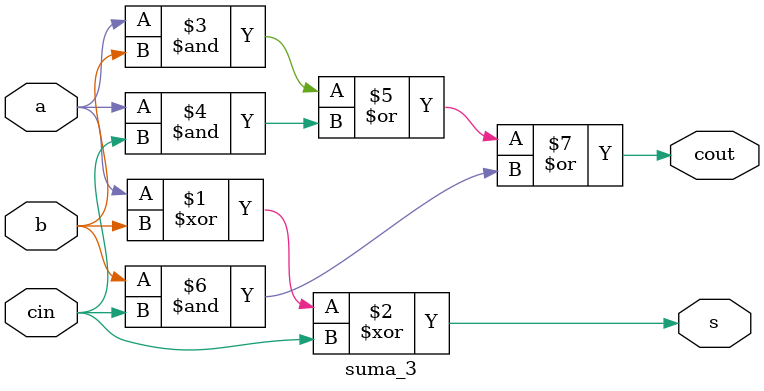
<source format=v>
`timescale 1ns / 1ps
module suma_3(input a,b,cin, output s,cout);

assign s = a ^ b ^ cin;
assign cout = a & b | a & cin | b & cin;


endmodule

</source>
